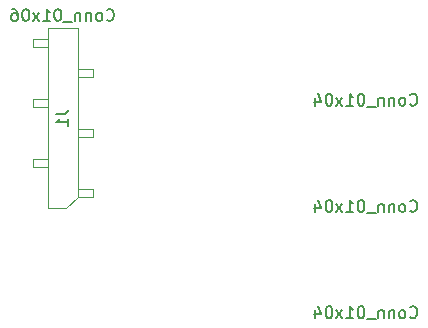
<source format=gbr>
G04 #@! TF.FileFunction,Other,Fab,Bot*
%FSLAX46Y46*%
G04 Gerber Fmt 4.6, Leading zero omitted, Abs format (unit mm)*
G04 Created by KiCad (PCBNEW 4.0.7-e2-6376~58~ubuntu14.04.1) date Sat Jul 14 10:26:38 2018*
%MOMM*%
%LPD*%
G01*
G04 APERTURE LIST*
%ADD10C,0.100000*%
%ADD11C,0.150000*%
G04 APERTURE END LIST*
D10*
X78095000Y-94880000D02*
X75555000Y-94880000D01*
X75555000Y-110120000D02*
X77145000Y-110120000D01*
X78095000Y-94880000D02*
X78095000Y-109170000D01*
X78095000Y-109170000D02*
X77145000Y-110120000D01*
X75555000Y-110120000D02*
X75555000Y-94880000D01*
X75555000Y-106630000D02*
X74285000Y-106630000D01*
X74285000Y-106630000D02*
X74285000Y-105990000D01*
X74285000Y-105990000D02*
X75555000Y-105990000D01*
X75555000Y-101550000D02*
X74285000Y-101550000D01*
X74285000Y-101550000D02*
X74285000Y-100910000D01*
X74285000Y-100910000D02*
X75555000Y-100910000D01*
X75555000Y-96470000D02*
X74285000Y-96470000D01*
X74285000Y-96470000D02*
X74285000Y-95830000D01*
X74285000Y-95830000D02*
X75555000Y-95830000D01*
X78095000Y-109170000D02*
X79365000Y-109170000D01*
X79365000Y-109170000D02*
X79365000Y-108530000D01*
X79365000Y-108530000D02*
X78095000Y-108530000D01*
X78095000Y-104090000D02*
X79365000Y-104090000D01*
X79365000Y-104090000D02*
X79365000Y-103450000D01*
X79365000Y-103450000D02*
X78095000Y-103450000D01*
X78095000Y-99010000D02*
X79365000Y-99010000D01*
X79365000Y-99010000D02*
X79365000Y-98370000D01*
X79365000Y-98370000D02*
X78095000Y-98370000D01*
D11*
X106238095Y-110357143D02*
X106285714Y-110404762D01*
X106428571Y-110452381D01*
X106523809Y-110452381D01*
X106666667Y-110404762D01*
X106761905Y-110309524D01*
X106809524Y-110214286D01*
X106857143Y-110023810D01*
X106857143Y-109880952D01*
X106809524Y-109690476D01*
X106761905Y-109595238D01*
X106666667Y-109500000D01*
X106523809Y-109452381D01*
X106428571Y-109452381D01*
X106285714Y-109500000D01*
X106238095Y-109547619D01*
X105666667Y-110452381D02*
X105761905Y-110404762D01*
X105809524Y-110357143D01*
X105857143Y-110261905D01*
X105857143Y-109976190D01*
X105809524Y-109880952D01*
X105761905Y-109833333D01*
X105666667Y-109785714D01*
X105523809Y-109785714D01*
X105428571Y-109833333D01*
X105380952Y-109880952D01*
X105333333Y-109976190D01*
X105333333Y-110261905D01*
X105380952Y-110357143D01*
X105428571Y-110404762D01*
X105523809Y-110452381D01*
X105666667Y-110452381D01*
X104904762Y-109785714D02*
X104904762Y-110452381D01*
X104904762Y-109880952D02*
X104857143Y-109833333D01*
X104761905Y-109785714D01*
X104619047Y-109785714D01*
X104523809Y-109833333D01*
X104476190Y-109928571D01*
X104476190Y-110452381D01*
X104000000Y-109785714D02*
X104000000Y-110452381D01*
X104000000Y-109880952D02*
X103952381Y-109833333D01*
X103857143Y-109785714D01*
X103714285Y-109785714D01*
X103619047Y-109833333D01*
X103571428Y-109928571D01*
X103571428Y-110452381D01*
X103333333Y-110547619D02*
X102571428Y-110547619D01*
X102142857Y-109452381D02*
X102047618Y-109452381D01*
X101952380Y-109500000D01*
X101904761Y-109547619D01*
X101857142Y-109642857D01*
X101809523Y-109833333D01*
X101809523Y-110071429D01*
X101857142Y-110261905D01*
X101904761Y-110357143D01*
X101952380Y-110404762D01*
X102047618Y-110452381D01*
X102142857Y-110452381D01*
X102238095Y-110404762D01*
X102285714Y-110357143D01*
X102333333Y-110261905D01*
X102380952Y-110071429D01*
X102380952Y-109833333D01*
X102333333Y-109642857D01*
X102285714Y-109547619D01*
X102238095Y-109500000D01*
X102142857Y-109452381D01*
X100857142Y-110452381D02*
X101428571Y-110452381D01*
X101142857Y-110452381D02*
X101142857Y-109452381D01*
X101238095Y-109595238D01*
X101333333Y-109690476D01*
X101428571Y-109738095D01*
X100523809Y-110452381D02*
X99999999Y-109785714D01*
X100523809Y-109785714D02*
X99999999Y-110452381D01*
X99428571Y-109452381D02*
X99333332Y-109452381D01*
X99238094Y-109500000D01*
X99190475Y-109547619D01*
X99142856Y-109642857D01*
X99095237Y-109833333D01*
X99095237Y-110071429D01*
X99142856Y-110261905D01*
X99190475Y-110357143D01*
X99238094Y-110404762D01*
X99333332Y-110452381D01*
X99428571Y-110452381D01*
X99523809Y-110404762D01*
X99571428Y-110357143D01*
X99619047Y-110261905D01*
X99666666Y-110071429D01*
X99666666Y-109833333D01*
X99619047Y-109642857D01*
X99571428Y-109547619D01*
X99523809Y-109500000D01*
X99428571Y-109452381D01*
X98238094Y-109785714D02*
X98238094Y-110452381D01*
X98476190Y-109404762D02*
X98714285Y-110119048D01*
X98095237Y-110119048D01*
X106238095Y-119357143D02*
X106285714Y-119404762D01*
X106428571Y-119452381D01*
X106523809Y-119452381D01*
X106666667Y-119404762D01*
X106761905Y-119309524D01*
X106809524Y-119214286D01*
X106857143Y-119023810D01*
X106857143Y-118880952D01*
X106809524Y-118690476D01*
X106761905Y-118595238D01*
X106666667Y-118500000D01*
X106523809Y-118452381D01*
X106428571Y-118452381D01*
X106285714Y-118500000D01*
X106238095Y-118547619D01*
X105666667Y-119452381D02*
X105761905Y-119404762D01*
X105809524Y-119357143D01*
X105857143Y-119261905D01*
X105857143Y-118976190D01*
X105809524Y-118880952D01*
X105761905Y-118833333D01*
X105666667Y-118785714D01*
X105523809Y-118785714D01*
X105428571Y-118833333D01*
X105380952Y-118880952D01*
X105333333Y-118976190D01*
X105333333Y-119261905D01*
X105380952Y-119357143D01*
X105428571Y-119404762D01*
X105523809Y-119452381D01*
X105666667Y-119452381D01*
X104904762Y-118785714D02*
X104904762Y-119452381D01*
X104904762Y-118880952D02*
X104857143Y-118833333D01*
X104761905Y-118785714D01*
X104619047Y-118785714D01*
X104523809Y-118833333D01*
X104476190Y-118928571D01*
X104476190Y-119452381D01*
X104000000Y-118785714D02*
X104000000Y-119452381D01*
X104000000Y-118880952D02*
X103952381Y-118833333D01*
X103857143Y-118785714D01*
X103714285Y-118785714D01*
X103619047Y-118833333D01*
X103571428Y-118928571D01*
X103571428Y-119452381D01*
X103333333Y-119547619D02*
X102571428Y-119547619D01*
X102142857Y-118452381D02*
X102047618Y-118452381D01*
X101952380Y-118500000D01*
X101904761Y-118547619D01*
X101857142Y-118642857D01*
X101809523Y-118833333D01*
X101809523Y-119071429D01*
X101857142Y-119261905D01*
X101904761Y-119357143D01*
X101952380Y-119404762D01*
X102047618Y-119452381D01*
X102142857Y-119452381D01*
X102238095Y-119404762D01*
X102285714Y-119357143D01*
X102333333Y-119261905D01*
X102380952Y-119071429D01*
X102380952Y-118833333D01*
X102333333Y-118642857D01*
X102285714Y-118547619D01*
X102238095Y-118500000D01*
X102142857Y-118452381D01*
X100857142Y-119452381D02*
X101428571Y-119452381D01*
X101142857Y-119452381D02*
X101142857Y-118452381D01*
X101238095Y-118595238D01*
X101333333Y-118690476D01*
X101428571Y-118738095D01*
X100523809Y-119452381D02*
X99999999Y-118785714D01*
X100523809Y-118785714D02*
X99999999Y-119452381D01*
X99428571Y-118452381D02*
X99333332Y-118452381D01*
X99238094Y-118500000D01*
X99190475Y-118547619D01*
X99142856Y-118642857D01*
X99095237Y-118833333D01*
X99095237Y-119071429D01*
X99142856Y-119261905D01*
X99190475Y-119357143D01*
X99238094Y-119404762D01*
X99333332Y-119452381D01*
X99428571Y-119452381D01*
X99523809Y-119404762D01*
X99571428Y-119357143D01*
X99619047Y-119261905D01*
X99666666Y-119071429D01*
X99666666Y-118833333D01*
X99619047Y-118642857D01*
X99571428Y-118547619D01*
X99523809Y-118500000D01*
X99428571Y-118452381D01*
X98238094Y-118785714D02*
X98238094Y-119452381D01*
X98476190Y-118404762D02*
X98714285Y-119119048D01*
X98095237Y-119119048D01*
X106238095Y-101357143D02*
X106285714Y-101404762D01*
X106428571Y-101452381D01*
X106523809Y-101452381D01*
X106666667Y-101404762D01*
X106761905Y-101309524D01*
X106809524Y-101214286D01*
X106857143Y-101023810D01*
X106857143Y-100880952D01*
X106809524Y-100690476D01*
X106761905Y-100595238D01*
X106666667Y-100500000D01*
X106523809Y-100452381D01*
X106428571Y-100452381D01*
X106285714Y-100500000D01*
X106238095Y-100547619D01*
X105666667Y-101452381D02*
X105761905Y-101404762D01*
X105809524Y-101357143D01*
X105857143Y-101261905D01*
X105857143Y-100976190D01*
X105809524Y-100880952D01*
X105761905Y-100833333D01*
X105666667Y-100785714D01*
X105523809Y-100785714D01*
X105428571Y-100833333D01*
X105380952Y-100880952D01*
X105333333Y-100976190D01*
X105333333Y-101261905D01*
X105380952Y-101357143D01*
X105428571Y-101404762D01*
X105523809Y-101452381D01*
X105666667Y-101452381D01*
X104904762Y-100785714D02*
X104904762Y-101452381D01*
X104904762Y-100880952D02*
X104857143Y-100833333D01*
X104761905Y-100785714D01*
X104619047Y-100785714D01*
X104523809Y-100833333D01*
X104476190Y-100928571D01*
X104476190Y-101452381D01*
X104000000Y-100785714D02*
X104000000Y-101452381D01*
X104000000Y-100880952D02*
X103952381Y-100833333D01*
X103857143Y-100785714D01*
X103714285Y-100785714D01*
X103619047Y-100833333D01*
X103571428Y-100928571D01*
X103571428Y-101452381D01*
X103333333Y-101547619D02*
X102571428Y-101547619D01*
X102142857Y-100452381D02*
X102047618Y-100452381D01*
X101952380Y-100500000D01*
X101904761Y-100547619D01*
X101857142Y-100642857D01*
X101809523Y-100833333D01*
X101809523Y-101071429D01*
X101857142Y-101261905D01*
X101904761Y-101357143D01*
X101952380Y-101404762D01*
X102047618Y-101452381D01*
X102142857Y-101452381D01*
X102238095Y-101404762D01*
X102285714Y-101357143D01*
X102333333Y-101261905D01*
X102380952Y-101071429D01*
X102380952Y-100833333D01*
X102333333Y-100642857D01*
X102285714Y-100547619D01*
X102238095Y-100500000D01*
X102142857Y-100452381D01*
X100857142Y-101452381D02*
X101428571Y-101452381D01*
X101142857Y-101452381D02*
X101142857Y-100452381D01*
X101238095Y-100595238D01*
X101333333Y-100690476D01*
X101428571Y-100738095D01*
X100523809Y-101452381D02*
X99999999Y-100785714D01*
X100523809Y-100785714D02*
X99999999Y-101452381D01*
X99428571Y-100452381D02*
X99333332Y-100452381D01*
X99238094Y-100500000D01*
X99190475Y-100547619D01*
X99142856Y-100642857D01*
X99095237Y-100833333D01*
X99095237Y-101071429D01*
X99142856Y-101261905D01*
X99190475Y-101357143D01*
X99238094Y-101404762D01*
X99333332Y-101452381D01*
X99428571Y-101452381D01*
X99523809Y-101404762D01*
X99571428Y-101357143D01*
X99619047Y-101261905D01*
X99666666Y-101071429D01*
X99666666Y-100833333D01*
X99619047Y-100642857D01*
X99571428Y-100547619D01*
X99523809Y-100500000D01*
X99428571Y-100452381D01*
X98238094Y-100785714D02*
X98238094Y-101452381D01*
X98476190Y-100404762D02*
X98714285Y-101119048D01*
X98095237Y-101119048D01*
X80563095Y-94177143D02*
X80610714Y-94224762D01*
X80753571Y-94272381D01*
X80848809Y-94272381D01*
X80991667Y-94224762D01*
X81086905Y-94129524D01*
X81134524Y-94034286D01*
X81182143Y-93843810D01*
X81182143Y-93700952D01*
X81134524Y-93510476D01*
X81086905Y-93415238D01*
X80991667Y-93320000D01*
X80848809Y-93272381D01*
X80753571Y-93272381D01*
X80610714Y-93320000D01*
X80563095Y-93367619D01*
X79991667Y-94272381D02*
X80086905Y-94224762D01*
X80134524Y-94177143D01*
X80182143Y-94081905D01*
X80182143Y-93796190D01*
X80134524Y-93700952D01*
X80086905Y-93653333D01*
X79991667Y-93605714D01*
X79848809Y-93605714D01*
X79753571Y-93653333D01*
X79705952Y-93700952D01*
X79658333Y-93796190D01*
X79658333Y-94081905D01*
X79705952Y-94177143D01*
X79753571Y-94224762D01*
X79848809Y-94272381D01*
X79991667Y-94272381D01*
X79229762Y-93605714D02*
X79229762Y-94272381D01*
X79229762Y-93700952D02*
X79182143Y-93653333D01*
X79086905Y-93605714D01*
X78944047Y-93605714D01*
X78848809Y-93653333D01*
X78801190Y-93748571D01*
X78801190Y-94272381D01*
X78325000Y-93605714D02*
X78325000Y-94272381D01*
X78325000Y-93700952D02*
X78277381Y-93653333D01*
X78182143Y-93605714D01*
X78039285Y-93605714D01*
X77944047Y-93653333D01*
X77896428Y-93748571D01*
X77896428Y-94272381D01*
X77658333Y-94367619D02*
X76896428Y-94367619D01*
X76467857Y-93272381D02*
X76372618Y-93272381D01*
X76277380Y-93320000D01*
X76229761Y-93367619D01*
X76182142Y-93462857D01*
X76134523Y-93653333D01*
X76134523Y-93891429D01*
X76182142Y-94081905D01*
X76229761Y-94177143D01*
X76277380Y-94224762D01*
X76372618Y-94272381D01*
X76467857Y-94272381D01*
X76563095Y-94224762D01*
X76610714Y-94177143D01*
X76658333Y-94081905D01*
X76705952Y-93891429D01*
X76705952Y-93653333D01*
X76658333Y-93462857D01*
X76610714Y-93367619D01*
X76563095Y-93320000D01*
X76467857Y-93272381D01*
X75182142Y-94272381D02*
X75753571Y-94272381D01*
X75467857Y-94272381D02*
X75467857Y-93272381D01*
X75563095Y-93415238D01*
X75658333Y-93510476D01*
X75753571Y-93558095D01*
X74848809Y-94272381D02*
X74324999Y-93605714D01*
X74848809Y-93605714D02*
X74324999Y-94272381D01*
X73753571Y-93272381D02*
X73658332Y-93272381D01*
X73563094Y-93320000D01*
X73515475Y-93367619D01*
X73467856Y-93462857D01*
X73420237Y-93653333D01*
X73420237Y-93891429D01*
X73467856Y-94081905D01*
X73515475Y-94177143D01*
X73563094Y-94224762D01*
X73658332Y-94272381D01*
X73753571Y-94272381D01*
X73848809Y-94224762D01*
X73896428Y-94177143D01*
X73944047Y-94081905D01*
X73991666Y-93891429D01*
X73991666Y-93653333D01*
X73944047Y-93462857D01*
X73896428Y-93367619D01*
X73848809Y-93320000D01*
X73753571Y-93272381D01*
X72563094Y-93272381D02*
X72753571Y-93272381D01*
X72848809Y-93320000D01*
X72896428Y-93367619D01*
X72991666Y-93510476D01*
X73039285Y-93700952D01*
X73039285Y-94081905D01*
X72991666Y-94177143D01*
X72944047Y-94224762D01*
X72848809Y-94272381D01*
X72658332Y-94272381D01*
X72563094Y-94224762D01*
X72515475Y-94177143D01*
X72467856Y-94081905D01*
X72467856Y-93843810D01*
X72515475Y-93748571D01*
X72563094Y-93700952D01*
X72658332Y-93653333D01*
X72848809Y-93653333D01*
X72944047Y-93700952D01*
X72991666Y-93748571D01*
X73039285Y-93843810D01*
X76277381Y-102166667D02*
X76991667Y-102166667D01*
X77134524Y-102119047D01*
X77229762Y-102023809D01*
X77277381Y-101880952D01*
X77277381Y-101785714D01*
X77277381Y-103166667D02*
X77277381Y-102595238D01*
X77277381Y-102880952D02*
X76277381Y-102880952D01*
X76420238Y-102785714D01*
X76515476Y-102690476D01*
X76563095Y-102595238D01*
M02*

</source>
